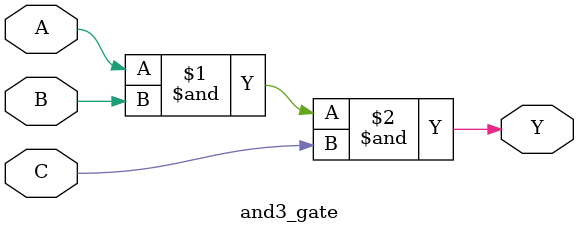
<source format=v>
`timescale 1ns / 1ps


module and3_gate (
    input wire A,    // First input
    input wire B,    // Second input
    input wire C,    // Third input
    output wire Y    // Output
);
    assign Y = A & B & C;  // AND operation for 3 inputs
endmodule


</source>
